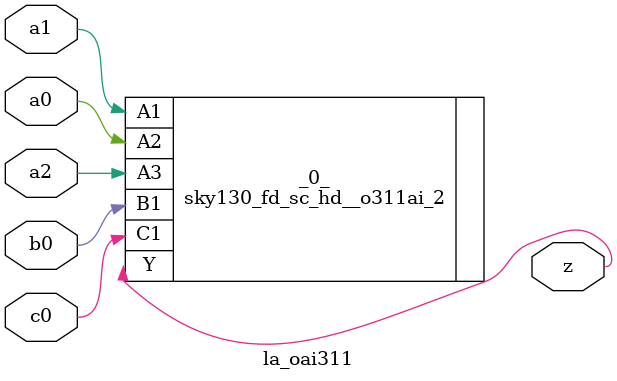
<source format=v>

module la_oai311(a0, a1, a2, b0, c0, z);
  input a0;
  input a1;
  input a2;
  input b0;
  input c0;
  output z;
  sky130_fd_sc_hd__o311ai_2 _0_ (
    .A1(a1),
    .A2(a0),
    .A3(a2),
    .B1(b0),
    .C1(c0),
    .Y(z)
  );
endmodule

</source>
